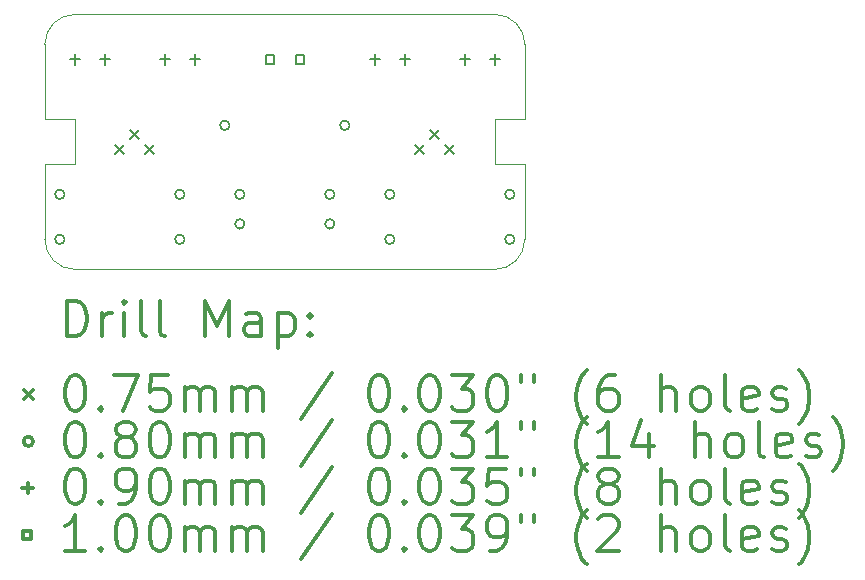
<source format=gbr>
%FSLAX45Y45*%
G04 Gerber Fmt 4.5, Leading zero omitted, Abs format (unit mm)*
G04 Created by KiCad (PCBNEW 5.1.6+dfsg1-1) date 2020-06-27 19:18:34*
%MOMM*%
%LPD*%
G01*
G04 APERTURE LIST*
%TA.AperFunction,Profile*%
%ADD10C,0.050000*%
%TD*%
%ADD11C,0.200000*%
%ADD12C,0.300000*%
G04 APERTURE END LIST*
D10*
X13843000Y-8636000D02*
X13843000Y-8001000D01*
X14097000Y-8636000D02*
X13843000Y-8636000D01*
X14097000Y-9017000D02*
X14097000Y-8636000D01*
X13843000Y-9017000D02*
X14097000Y-9017000D01*
X13843000Y-9652000D02*
X13843000Y-9017000D01*
X17907000Y-9017000D02*
X17907000Y-9652000D01*
X17653000Y-9017000D02*
X17907000Y-9017000D01*
X17653000Y-8636000D02*
X17653000Y-9017000D01*
X17907000Y-8636000D02*
X17653000Y-8636000D01*
X17907000Y-8001000D02*
X17907000Y-8636000D01*
X17907000Y-9652000D02*
G75*
G02*
X17653000Y-9906000I-254000J0D01*
G01*
X14097000Y-9906000D02*
G75*
G02*
X13843000Y-9652000I0J254000D01*
G01*
X13843000Y-8001000D02*
G75*
G02*
X14097000Y-7747000I254000J0D01*
G01*
X17653000Y-7747000D02*
G75*
G02*
X17907000Y-8001000I0J-254000D01*
G01*
X17653000Y-9906000D02*
X14097000Y-9906000D01*
X14097000Y-7747000D02*
X17653000Y-7747000D01*
D11*
X16980500Y-8852500D02*
X17055500Y-8927500D01*
X17055500Y-8852500D02*
X16980500Y-8927500D01*
X17107500Y-8725500D02*
X17182500Y-8800500D01*
X17182500Y-8725500D02*
X17107500Y-8800500D01*
X17234500Y-8852500D02*
X17309500Y-8927500D01*
X17309500Y-8852500D02*
X17234500Y-8927500D01*
X14440500Y-8852500D02*
X14515500Y-8927500D01*
X14515500Y-8852500D02*
X14440500Y-8927500D01*
X14567500Y-8725500D02*
X14642500Y-8800500D01*
X14642500Y-8725500D02*
X14567500Y-8800500D01*
X14694500Y-8852500D02*
X14769500Y-8927500D01*
X14769500Y-8852500D02*
X14694500Y-8927500D01*
X16296000Y-9271000D02*
G75*
G03*
X16296000Y-9271000I-40000J0D01*
G01*
X16296000Y-9521000D02*
G75*
G03*
X16296000Y-9521000I-40000J0D01*
G01*
X15534000Y-9271000D02*
G75*
G03*
X15534000Y-9271000I-40000J0D01*
G01*
X15534000Y-9521000D02*
G75*
G03*
X15534000Y-9521000I-40000J0D01*
G01*
X14010000Y-9271000D02*
G75*
G03*
X14010000Y-9271000I-40000J0D01*
G01*
X15026000Y-9271000D02*
G75*
G03*
X15026000Y-9271000I-40000J0D01*
G01*
X14010000Y-9652000D02*
G75*
G03*
X14010000Y-9652000I-40000J0D01*
G01*
X15026000Y-9652000D02*
G75*
G03*
X15026000Y-9652000I-40000J0D01*
G01*
X16804000Y-9271000D02*
G75*
G03*
X16804000Y-9271000I-40000J0D01*
G01*
X17820000Y-9271000D02*
G75*
G03*
X17820000Y-9271000I-40000J0D01*
G01*
X16804000Y-9652000D02*
G75*
G03*
X16804000Y-9652000I-40000J0D01*
G01*
X17820000Y-9652000D02*
G75*
G03*
X17820000Y-9652000I-40000J0D01*
G01*
X15407000Y-8686800D02*
G75*
G03*
X15407000Y-8686800I-40000J0D01*
G01*
X16423000Y-8686800D02*
G75*
G03*
X16423000Y-8686800I-40000J0D01*
G01*
X17399000Y-8083000D02*
X17399000Y-8173000D01*
X17354000Y-8128000D02*
X17444000Y-8128000D01*
X17653000Y-8083000D02*
X17653000Y-8173000D01*
X17608000Y-8128000D02*
X17698000Y-8128000D01*
X14097000Y-8083000D02*
X14097000Y-8173000D01*
X14052000Y-8128000D02*
X14142000Y-8128000D01*
X14351000Y-8083000D02*
X14351000Y-8173000D01*
X14306000Y-8128000D02*
X14396000Y-8128000D01*
X16637000Y-8083000D02*
X16637000Y-8173000D01*
X16592000Y-8128000D02*
X16682000Y-8128000D01*
X16891000Y-8083000D02*
X16891000Y-8173000D01*
X16846000Y-8128000D02*
X16936000Y-8128000D01*
X14859000Y-8083000D02*
X14859000Y-8173000D01*
X14814000Y-8128000D02*
X14904000Y-8128000D01*
X15113000Y-8083000D02*
X15113000Y-8173000D01*
X15068000Y-8128000D02*
X15158000Y-8128000D01*
X15783356Y-8163356D02*
X15783356Y-8092644D01*
X15712644Y-8092644D01*
X15712644Y-8163356D01*
X15783356Y-8163356D01*
X16037356Y-8163356D02*
X16037356Y-8092644D01*
X15966644Y-8092644D01*
X15966644Y-8163356D01*
X16037356Y-8163356D01*
D12*
X14029428Y-10471714D02*
X14029428Y-10171714D01*
X14100857Y-10171714D01*
X14143714Y-10186000D01*
X14172286Y-10214571D01*
X14186571Y-10243143D01*
X14200857Y-10300286D01*
X14200857Y-10343143D01*
X14186571Y-10400286D01*
X14172286Y-10428857D01*
X14143714Y-10457429D01*
X14100857Y-10471714D01*
X14029428Y-10471714D01*
X14329428Y-10471714D02*
X14329428Y-10271714D01*
X14329428Y-10328857D02*
X14343714Y-10300286D01*
X14358000Y-10286000D01*
X14386571Y-10271714D01*
X14415143Y-10271714D01*
X14515143Y-10471714D02*
X14515143Y-10271714D01*
X14515143Y-10171714D02*
X14500857Y-10186000D01*
X14515143Y-10200286D01*
X14529428Y-10186000D01*
X14515143Y-10171714D01*
X14515143Y-10200286D01*
X14700857Y-10471714D02*
X14672286Y-10457429D01*
X14658000Y-10428857D01*
X14658000Y-10171714D01*
X14858000Y-10471714D02*
X14829428Y-10457429D01*
X14815143Y-10428857D01*
X14815143Y-10171714D01*
X15200857Y-10471714D02*
X15200857Y-10171714D01*
X15300857Y-10386000D01*
X15400857Y-10171714D01*
X15400857Y-10471714D01*
X15672286Y-10471714D02*
X15672286Y-10314571D01*
X15658000Y-10286000D01*
X15629428Y-10271714D01*
X15572286Y-10271714D01*
X15543714Y-10286000D01*
X15672286Y-10457429D02*
X15643714Y-10471714D01*
X15572286Y-10471714D01*
X15543714Y-10457429D01*
X15529428Y-10428857D01*
X15529428Y-10400286D01*
X15543714Y-10371714D01*
X15572286Y-10357429D01*
X15643714Y-10357429D01*
X15672286Y-10343143D01*
X15815143Y-10271714D02*
X15815143Y-10571714D01*
X15815143Y-10286000D02*
X15843714Y-10271714D01*
X15900857Y-10271714D01*
X15929428Y-10286000D01*
X15943714Y-10300286D01*
X15958000Y-10328857D01*
X15958000Y-10414571D01*
X15943714Y-10443143D01*
X15929428Y-10457429D01*
X15900857Y-10471714D01*
X15843714Y-10471714D01*
X15815143Y-10457429D01*
X16086571Y-10443143D02*
X16100857Y-10457429D01*
X16086571Y-10471714D01*
X16072286Y-10457429D01*
X16086571Y-10443143D01*
X16086571Y-10471714D01*
X16086571Y-10286000D02*
X16100857Y-10300286D01*
X16086571Y-10314571D01*
X16072286Y-10300286D01*
X16086571Y-10286000D01*
X16086571Y-10314571D01*
X13668000Y-10928500D02*
X13743000Y-11003500D01*
X13743000Y-10928500D02*
X13668000Y-11003500D01*
X14086571Y-10801714D02*
X14115143Y-10801714D01*
X14143714Y-10816000D01*
X14158000Y-10830286D01*
X14172286Y-10858857D01*
X14186571Y-10916000D01*
X14186571Y-10987429D01*
X14172286Y-11044571D01*
X14158000Y-11073143D01*
X14143714Y-11087429D01*
X14115143Y-11101714D01*
X14086571Y-11101714D01*
X14058000Y-11087429D01*
X14043714Y-11073143D01*
X14029428Y-11044571D01*
X14015143Y-10987429D01*
X14015143Y-10916000D01*
X14029428Y-10858857D01*
X14043714Y-10830286D01*
X14058000Y-10816000D01*
X14086571Y-10801714D01*
X14315143Y-11073143D02*
X14329428Y-11087429D01*
X14315143Y-11101714D01*
X14300857Y-11087429D01*
X14315143Y-11073143D01*
X14315143Y-11101714D01*
X14429428Y-10801714D02*
X14629428Y-10801714D01*
X14500857Y-11101714D01*
X14886571Y-10801714D02*
X14743714Y-10801714D01*
X14729428Y-10944571D01*
X14743714Y-10930286D01*
X14772286Y-10916000D01*
X14843714Y-10916000D01*
X14872286Y-10930286D01*
X14886571Y-10944571D01*
X14900857Y-10973143D01*
X14900857Y-11044571D01*
X14886571Y-11073143D01*
X14872286Y-11087429D01*
X14843714Y-11101714D01*
X14772286Y-11101714D01*
X14743714Y-11087429D01*
X14729428Y-11073143D01*
X15029428Y-11101714D02*
X15029428Y-10901714D01*
X15029428Y-10930286D02*
X15043714Y-10916000D01*
X15072286Y-10901714D01*
X15115143Y-10901714D01*
X15143714Y-10916000D01*
X15158000Y-10944571D01*
X15158000Y-11101714D01*
X15158000Y-10944571D02*
X15172286Y-10916000D01*
X15200857Y-10901714D01*
X15243714Y-10901714D01*
X15272286Y-10916000D01*
X15286571Y-10944571D01*
X15286571Y-11101714D01*
X15429428Y-11101714D02*
X15429428Y-10901714D01*
X15429428Y-10930286D02*
X15443714Y-10916000D01*
X15472286Y-10901714D01*
X15515143Y-10901714D01*
X15543714Y-10916000D01*
X15558000Y-10944571D01*
X15558000Y-11101714D01*
X15558000Y-10944571D02*
X15572286Y-10916000D01*
X15600857Y-10901714D01*
X15643714Y-10901714D01*
X15672286Y-10916000D01*
X15686571Y-10944571D01*
X15686571Y-11101714D01*
X16272286Y-10787429D02*
X16015143Y-11173143D01*
X16658000Y-10801714D02*
X16686571Y-10801714D01*
X16715143Y-10816000D01*
X16729428Y-10830286D01*
X16743714Y-10858857D01*
X16758000Y-10916000D01*
X16758000Y-10987429D01*
X16743714Y-11044571D01*
X16729428Y-11073143D01*
X16715143Y-11087429D01*
X16686571Y-11101714D01*
X16658000Y-11101714D01*
X16629428Y-11087429D01*
X16615143Y-11073143D01*
X16600857Y-11044571D01*
X16586571Y-10987429D01*
X16586571Y-10916000D01*
X16600857Y-10858857D01*
X16615143Y-10830286D01*
X16629428Y-10816000D01*
X16658000Y-10801714D01*
X16886571Y-11073143D02*
X16900857Y-11087429D01*
X16886571Y-11101714D01*
X16872286Y-11087429D01*
X16886571Y-11073143D01*
X16886571Y-11101714D01*
X17086571Y-10801714D02*
X17115143Y-10801714D01*
X17143714Y-10816000D01*
X17158000Y-10830286D01*
X17172286Y-10858857D01*
X17186571Y-10916000D01*
X17186571Y-10987429D01*
X17172286Y-11044571D01*
X17158000Y-11073143D01*
X17143714Y-11087429D01*
X17115143Y-11101714D01*
X17086571Y-11101714D01*
X17058000Y-11087429D01*
X17043714Y-11073143D01*
X17029429Y-11044571D01*
X17015143Y-10987429D01*
X17015143Y-10916000D01*
X17029429Y-10858857D01*
X17043714Y-10830286D01*
X17058000Y-10816000D01*
X17086571Y-10801714D01*
X17286571Y-10801714D02*
X17472286Y-10801714D01*
X17372286Y-10916000D01*
X17415143Y-10916000D01*
X17443714Y-10930286D01*
X17458000Y-10944571D01*
X17472286Y-10973143D01*
X17472286Y-11044571D01*
X17458000Y-11073143D01*
X17443714Y-11087429D01*
X17415143Y-11101714D01*
X17329429Y-11101714D01*
X17300857Y-11087429D01*
X17286571Y-11073143D01*
X17658000Y-10801714D02*
X17686571Y-10801714D01*
X17715143Y-10816000D01*
X17729429Y-10830286D01*
X17743714Y-10858857D01*
X17758000Y-10916000D01*
X17758000Y-10987429D01*
X17743714Y-11044571D01*
X17729429Y-11073143D01*
X17715143Y-11087429D01*
X17686571Y-11101714D01*
X17658000Y-11101714D01*
X17629429Y-11087429D01*
X17615143Y-11073143D01*
X17600857Y-11044571D01*
X17586571Y-10987429D01*
X17586571Y-10916000D01*
X17600857Y-10858857D01*
X17615143Y-10830286D01*
X17629429Y-10816000D01*
X17658000Y-10801714D01*
X17872286Y-10801714D02*
X17872286Y-10858857D01*
X17986571Y-10801714D02*
X17986571Y-10858857D01*
X18429429Y-11216000D02*
X18415143Y-11201714D01*
X18386571Y-11158857D01*
X18372286Y-11130286D01*
X18358000Y-11087429D01*
X18343714Y-11016000D01*
X18343714Y-10958857D01*
X18358000Y-10887429D01*
X18372286Y-10844571D01*
X18386571Y-10816000D01*
X18415143Y-10773143D01*
X18429429Y-10758857D01*
X18672286Y-10801714D02*
X18615143Y-10801714D01*
X18586571Y-10816000D01*
X18572286Y-10830286D01*
X18543714Y-10873143D01*
X18529429Y-10930286D01*
X18529429Y-11044571D01*
X18543714Y-11073143D01*
X18558000Y-11087429D01*
X18586571Y-11101714D01*
X18643714Y-11101714D01*
X18672286Y-11087429D01*
X18686571Y-11073143D01*
X18700857Y-11044571D01*
X18700857Y-10973143D01*
X18686571Y-10944571D01*
X18672286Y-10930286D01*
X18643714Y-10916000D01*
X18586571Y-10916000D01*
X18558000Y-10930286D01*
X18543714Y-10944571D01*
X18529429Y-10973143D01*
X19058000Y-11101714D02*
X19058000Y-10801714D01*
X19186571Y-11101714D02*
X19186571Y-10944571D01*
X19172286Y-10916000D01*
X19143714Y-10901714D01*
X19100857Y-10901714D01*
X19072286Y-10916000D01*
X19058000Y-10930286D01*
X19372286Y-11101714D02*
X19343714Y-11087429D01*
X19329429Y-11073143D01*
X19315143Y-11044571D01*
X19315143Y-10958857D01*
X19329429Y-10930286D01*
X19343714Y-10916000D01*
X19372286Y-10901714D01*
X19415143Y-10901714D01*
X19443714Y-10916000D01*
X19458000Y-10930286D01*
X19472286Y-10958857D01*
X19472286Y-11044571D01*
X19458000Y-11073143D01*
X19443714Y-11087429D01*
X19415143Y-11101714D01*
X19372286Y-11101714D01*
X19643714Y-11101714D02*
X19615143Y-11087429D01*
X19600857Y-11058857D01*
X19600857Y-10801714D01*
X19872286Y-11087429D02*
X19843714Y-11101714D01*
X19786571Y-11101714D01*
X19758000Y-11087429D01*
X19743714Y-11058857D01*
X19743714Y-10944571D01*
X19758000Y-10916000D01*
X19786571Y-10901714D01*
X19843714Y-10901714D01*
X19872286Y-10916000D01*
X19886571Y-10944571D01*
X19886571Y-10973143D01*
X19743714Y-11001714D01*
X20000857Y-11087429D02*
X20029429Y-11101714D01*
X20086571Y-11101714D01*
X20115143Y-11087429D01*
X20129429Y-11058857D01*
X20129429Y-11044571D01*
X20115143Y-11016000D01*
X20086571Y-11001714D01*
X20043714Y-11001714D01*
X20015143Y-10987429D01*
X20000857Y-10958857D01*
X20000857Y-10944571D01*
X20015143Y-10916000D01*
X20043714Y-10901714D01*
X20086571Y-10901714D01*
X20115143Y-10916000D01*
X20229429Y-11216000D02*
X20243714Y-11201714D01*
X20272286Y-11158857D01*
X20286571Y-11130286D01*
X20300857Y-11087429D01*
X20315143Y-11016000D01*
X20315143Y-10958857D01*
X20300857Y-10887429D01*
X20286571Y-10844571D01*
X20272286Y-10816000D01*
X20243714Y-10773143D01*
X20229429Y-10758857D01*
X13743000Y-11362000D02*
G75*
G03*
X13743000Y-11362000I-40000J0D01*
G01*
X14086571Y-11197714D02*
X14115143Y-11197714D01*
X14143714Y-11212000D01*
X14158000Y-11226286D01*
X14172286Y-11254857D01*
X14186571Y-11312000D01*
X14186571Y-11383428D01*
X14172286Y-11440571D01*
X14158000Y-11469143D01*
X14143714Y-11483428D01*
X14115143Y-11497714D01*
X14086571Y-11497714D01*
X14058000Y-11483428D01*
X14043714Y-11469143D01*
X14029428Y-11440571D01*
X14015143Y-11383428D01*
X14015143Y-11312000D01*
X14029428Y-11254857D01*
X14043714Y-11226286D01*
X14058000Y-11212000D01*
X14086571Y-11197714D01*
X14315143Y-11469143D02*
X14329428Y-11483428D01*
X14315143Y-11497714D01*
X14300857Y-11483428D01*
X14315143Y-11469143D01*
X14315143Y-11497714D01*
X14500857Y-11326286D02*
X14472286Y-11312000D01*
X14458000Y-11297714D01*
X14443714Y-11269143D01*
X14443714Y-11254857D01*
X14458000Y-11226286D01*
X14472286Y-11212000D01*
X14500857Y-11197714D01*
X14558000Y-11197714D01*
X14586571Y-11212000D01*
X14600857Y-11226286D01*
X14615143Y-11254857D01*
X14615143Y-11269143D01*
X14600857Y-11297714D01*
X14586571Y-11312000D01*
X14558000Y-11326286D01*
X14500857Y-11326286D01*
X14472286Y-11340571D01*
X14458000Y-11354857D01*
X14443714Y-11383428D01*
X14443714Y-11440571D01*
X14458000Y-11469143D01*
X14472286Y-11483428D01*
X14500857Y-11497714D01*
X14558000Y-11497714D01*
X14586571Y-11483428D01*
X14600857Y-11469143D01*
X14615143Y-11440571D01*
X14615143Y-11383428D01*
X14600857Y-11354857D01*
X14586571Y-11340571D01*
X14558000Y-11326286D01*
X14800857Y-11197714D02*
X14829428Y-11197714D01*
X14858000Y-11212000D01*
X14872286Y-11226286D01*
X14886571Y-11254857D01*
X14900857Y-11312000D01*
X14900857Y-11383428D01*
X14886571Y-11440571D01*
X14872286Y-11469143D01*
X14858000Y-11483428D01*
X14829428Y-11497714D01*
X14800857Y-11497714D01*
X14772286Y-11483428D01*
X14758000Y-11469143D01*
X14743714Y-11440571D01*
X14729428Y-11383428D01*
X14729428Y-11312000D01*
X14743714Y-11254857D01*
X14758000Y-11226286D01*
X14772286Y-11212000D01*
X14800857Y-11197714D01*
X15029428Y-11497714D02*
X15029428Y-11297714D01*
X15029428Y-11326286D02*
X15043714Y-11312000D01*
X15072286Y-11297714D01*
X15115143Y-11297714D01*
X15143714Y-11312000D01*
X15158000Y-11340571D01*
X15158000Y-11497714D01*
X15158000Y-11340571D02*
X15172286Y-11312000D01*
X15200857Y-11297714D01*
X15243714Y-11297714D01*
X15272286Y-11312000D01*
X15286571Y-11340571D01*
X15286571Y-11497714D01*
X15429428Y-11497714D02*
X15429428Y-11297714D01*
X15429428Y-11326286D02*
X15443714Y-11312000D01*
X15472286Y-11297714D01*
X15515143Y-11297714D01*
X15543714Y-11312000D01*
X15558000Y-11340571D01*
X15558000Y-11497714D01*
X15558000Y-11340571D02*
X15572286Y-11312000D01*
X15600857Y-11297714D01*
X15643714Y-11297714D01*
X15672286Y-11312000D01*
X15686571Y-11340571D01*
X15686571Y-11497714D01*
X16272286Y-11183429D02*
X16015143Y-11569143D01*
X16658000Y-11197714D02*
X16686571Y-11197714D01*
X16715143Y-11212000D01*
X16729428Y-11226286D01*
X16743714Y-11254857D01*
X16758000Y-11312000D01*
X16758000Y-11383428D01*
X16743714Y-11440571D01*
X16729428Y-11469143D01*
X16715143Y-11483428D01*
X16686571Y-11497714D01*
X16658000Y-11497714D01*
X16629428Y-11483428D01*
X16615143Y-11469143D01*
X16600857Y-11440571D01*
X16586571Y-11383428D01*
X16586571Y-11312000D01*
X16600857Y-11254857D01*
X16615143Y-11226286D01*
X16629428Y-11212000D01*
X16658000Y-11197714D01*
X16886571Y-11469143D02*
X16900857Y-11483428D01*
X16886571Y-11497714D01*
X16872286Y-11483428D01*
X16886571Y-11469143D01*
X16886571Y-11497714D01*
X17086571Y-11197714D02*
X17115143Y-11197714D01*
X17143714Y-11212000D01*
X17158000Y-11226286D01*
X17172286Y-11254857D01*
X17186571Y-11312000D01*
X17186571Y-11383428D01*
X17172286Y-11440571D01*
X17158000Y-11469143D01*
X17143714Y-11483428D01*
X17115143Y-11497714D01*
X17086571Y-11497714D01*
X17058000Y-11483428D01*
X17043714Y-11469143D01*
X17029429Y-11440571D01*
X17015143Y-11383428D01*
X17015143Y-11312000D01*
X17029429Y-11254857D01*
X17043714Y-11226286D01*
X17058000Y-11212000D01*
X17086571Y-11197714D01*
X17286571Y-11197714D02*
X17472286Y-11197714D01*
X17372286Y-11312000D01*
X17415143Y-11312000D01*
X17443714Y-11326286D01*
X17458000Y-11340571D01*
X17472286Y-11369143D01*
X17472286Y-11440571D01*
X17458000Y-11469143D01*
X17443714Y-11483428D01*
X17415143Y-11497714D01*
X17329429Y-11497714D01*
X17300857Y-11483428D01*
X17286571Y-11469143D01*
X17758000Y-11497714D02*
X17586571Y-11497714D01*
X17672286Y-11497714D02*
X17672286Y-11197714D01*
X17643714Y-11240571D01*
X17615143Y-11269143D01*
X17586571Y-11283428D01*
X17872286Y-11197714D02*
X17872286Y-11254857D01*
X17986571Y-11197714D02*
X17986571Y-11254857D01*
X18429429Y-11612000D02*
X18415143Y-11597714D01*
X18386571Y-11554857D01*
X18372286Y-11526286D01*
X18358000Y-11483428D01*
X18343714Y-11412000D01*
X18343714Y-11354857D01*
X18358000Y-11283428D01*
X18372286Y-11240571D01*
X18386571Y-11212000D01*
X18415143Y-11169143D01*
X18429429Y-11154857D01*
X18700857Y-11497714D02*
X18529429Y-11497714D01*
X18615143Y-11497714D02*
X18615143Y-11197714D01*
X18586571Y-11240571D01*
X18558000Y-11269143D01*
X18529429Y-11283428D01*
X18958000Y-11297714D02*
X18958000Y-11497714D01*
X18886571Y-11183429D02*
X18815143Y-11397714D01*
X19000857Y-11397714D01*
X19343714Y-11497714D02*
X19343714Y-11197714D01*
X19472286Y-11497714D02*
X19472286Y-11340571D01*
X19458000Y-11312000D01*
X19429429Y-11297714D01*
X19386571Y-11297714D01*
X19358000Y-11312000D01*
X19343714Y-11326286D01*
X19658000Y-11497714D02*
X19629429Y-11483428D01*
X19615143Y-11469143D01*
X19600857Y-11440571D01*
X19600857Y-11354857D01*
X19615143Y-11326286D01*
X19629429Y-11312000D01*
X19658000Y-11297714D01*
X19700857Y-11297714D01*
X19729429Y-11312000D01*
X19743714Y-11326286D01*
X19758000Y-11354857D01*
X19758000Y-11440571D01*
X19743714Y-11469143D01*
X19729429Y-11483428D01*
X19700857Y-11497714D01*
X19658000Y-11497714D01*
X19929429Y-11497714D02*
X19900857Y-11483428D01*
X19886571Y-11454857D01*
X19886571Y-11197714D01*
X20158000Y-11483428D02*
X20129429Y-11497714D01*
X20072286Y-11497714D01*
X20043714Y-11483428D01*
X20029429Y-11454857D01*
X20029429Y-11340571D01*
X20043714Y-11312000D01*
X20072286Y-11297714D01*
X20129429Y-11297714D01*
X20158000Y-11312000D01*
X20172286Y-11340571D01*
X20172286Y-11369143D01*
X20029429Y-11397714D01*
X20286571Y-11483428D02*
X20315143Y-11497714D01*
X20372286Y-11497714D01*
X20400857Y-11483428D01*
X20415143Y-11454857D01*
X20415143Y-11440571D01*
X20400857Y-11412000D01*
X20372286Y-11397714D01*
X20329429Y-11397714D01*
X20300857Y-11383428D01*
X20286571Y-11354857D01*
X20286571Y-11340571D01*
X20300857Y-11312000D01*
X20329429Y-11297714D01*
X20372286Y-11297714D01*
X20400857Y-11312000D01*
X20515143Y-11612000D02*
X20529429Y-11597714D01*
X20558000Y-11554857D01*
X20572286Y-11526286D01*
X20586571Y-11483428D01*
X20600857Y-11412000D01*
X20600857Y-11354857D01*
X20586571Y-11283428D01*
X20572286Y-11240571D01*
X20558000Y-11212000D01*
X20529429Y-11169143D01*
X20515143Y-11154857D01*
X13698000Y-11713000D02*
X13698000Y-11803000D01*
X13653000Y-11758000D02*
X13743000Y-11758000D01*
X14086571Y-11593714D02*
X14115143Y-11593714D01*
X14143714Y-11608000D01*
X14158000Y-11622286D01*
X14172286Y-11650857D01*
X14186571Y-11708000D01*
X14186571Y-11779428D01*
X14172286Y-11836571D01*
X14158000Y-11865143D01*
X14143714Y-11879428D01*
X14115143Y-11893714D01*
X14086571Y-11893714D01*
X14058000Y-11879428D01*
X14043714Y-11865143D01*
X14029428Y-11836571D01*
X14015143Y-11779428D01*
X14015143Y-11708000D01*
X14029428Y-11650857D01*
X14043714Y-11622286D01*
X14058000Y-11608000D01*
X14086571Y-11593714D01*
X14315143Y-11865143D02*
X14329428Y-11879428D01*
X14315143Y-11893714D01*
X14300857Y-11879428D01*
X14315143Y-11865143D01*
X14315143Y-11893714D01*
X14472286Y-11893714D02*
X14529428Y-11893714D01*
X14558000Y-11879428D01*
X14572286Y-11865143D01*
X14600857Y-11822286D01*
X14615143Y-11765143D01*
X14615143Y-11650857D01*
X14600857Y-11622286D01*
X14586571Y-11608000D01*
X14558000Y-11593714D01*
X14500857Y-11593714D01*
X14472286Y-11608000D01*
X14458000Y-11622286D01*
X14443714Y-11650857D01*
X14443714Y-11722286D01*
X14458000Y-11750857D01*
X14472286Y-11765143D01*
X14500857Y-11779428D01*
X14558000Y-11779428D01*
X14586571Y-11765143D01*
X14600857Y-11750857D01*
X14615143Y-11722286D01*
X14800857Y-11593714D02*
X14829428Y-11593714D01*
X14858000Y-11608000D01*
X14872286Y-11622286D01*
X14886571Y-11650857D01*
X14900857Y-11708000D01*
X14900857Y-11779428D01*
X14886571Y-11836571D01*
X14872286Y-11865143D01*
X14858000Y-11879428D01*
X14829428Y-11893714D01*
X14800857Y-11893714D01*
X14772286Y-11879428D01*
X14758000Y-11865143D01*
X14743714Y-11836571D01*
X14729428Y-11779428D01*
X14729428Y-11708000D01*
X14743714Y-11650857D01*
X14758000Y-11622286D01*
X14772286Y-11608000D01*
X14800857Y-11593714D01*
X15029428Y-11893714D02*
X15029428Y-11693714D01*
X15029428Y-11722286D02*
X15043714Y-11708000D01*
X15072286Y-11693714D01*
X15115143Y-11693714D01*
X15143714Y-11708000D01*
X15158000Y-11736571D01*
X15158000Y-11893714D01*
X15158000Y-11736571D02*
X15172286Y-11708000D01*
X15200857Y-11693714D01*
X15243714Y-11693714D01*
X15272286Y-11708000D01*
X15286571Y-11736571D01*
X15286571Y-11893714D01*
X15429428Y-11893714D02*
X15429428Y-11693714D01*
X15429428Y-11722286D02*
X15443714Y-11708000D01*
X15472286Y-11693714D01*
X15515143Y-11693714D01*
X15543714Y-11708000D01*
X15558000Y-11736571D01*
X15558000Y-11893714D01*
X15558000Y-11736571D02*
X15572286Y-11708000D01*
X15600857Y-11693714D01*
X15643714Y-11693714D01*
X15672286Y-11708000D01*
X15686571Y-11736571D01*
X15686571Y-11893714D01*
X16272286Y-11579428D02*
X16015143Y-11965143D01*
X16658000Y-11593714D02*
X16686571Y-11593714D01*
X16715143Y-11608000D01*
X16729428Y-11622286D01*
X16743714Y-11650857D01*
X16758000Y-11708000D01*
X16758000Y-11779428D01*
X16743714Y-11836571D01*
X16729428Y-11865143D01*
X16715143Y-11879428D01*
X16686571Y-11893714D01*
X16658000Y-11893714D01*
X16629428Y-11879428D01*
X16615143Y-11865143D01*
X16600857Y-11836571D01*
X16586571Y-11779428D01*
X16586571Y-11708000D01*
X16600857Y-11650857D01*
X16615143Y-11622286D01*
X16629428Y-11608000D01*
X16658000Y-11593714D01*
X16886571Y-11865143D02*
X16900857Y-11879428D01*
X16886571Y-11893714D01*
X16872286Y-11879428D01*
X16886571Y-11865143D01*
X16886571Y-11893714D01*
X17086571Y-11593714D02*
X17115143Y-11593714D01*
X17143714Y-11608000D01*
X17158000Y-11622286D01*
X17172286Y-11650857D01*
X17186571Y-11708000D01*
X17186571Y-11779428D01*
X17172286Y-11836571D01*
X17158000Y-11865143D01*
X17143714Y-11879428D01*
X17115143Y-11893714D01*
X17086571Y-11893714D01*
X17058000Y-11879428D01*
X17043714Y-11865143D01*
X17029429Y-11836571D01*
X17015143Y-11779428D01*
X17015143Y-11708000D01*
X17029429Y-11650857D01*
X17043714Y-11622286D01*
X17058000Y-11608000D01*
X17086571Y-11593714D01*
X17286571Y-11593714D02*
X17472286Y-11593714D01*
X17372286Y-11708000D01*
X17415143Y-11708000D01*
X17443714Y-11722286D01*
X17458000Y-11736571D01*
X17472286Y-11765143D01*
X17472286Y-11836571D01*
X17458000Y-11865143D01*
X17443714Y-11879428D01*
X17415143Y-11893714D01*
X17329429Y-11893714D01*
X17300857Y-11879428D01*
X17286571Y-11865143D01*
X17743714Y-11593714D02*
X17600857Y-11593714D01*
X17586571Y-11736571D01*
X17600857Y-11722286D01*
X17629429Y-11708000D01*
X17700857Y-11708000D01*
X17729429Y-11722286D01*
X17743714Y-11736571D01*
X17758000Y-11765143D01*
X17758000Y-11836571D01*
X17743714Y-11865143D01*
X17729429Y-11879428D01*
X17700857Y-11893714D01*
X17629429Y-11893714D01*
X17600857Y-11879428D01*
X17586571Y-11865143D01*
X17872286Y-11593714D02*
X17872286Y-11650857D01*
X17986571Y-11593714D02*
X17986571Y-11650857D01*
X18429429Y-12008000D02*
X18415143Y-11993714D01*
X18386571Y-11950857D01*
X18372286Y-11922286D01*
X18358000Y-11879428D01*
X18343714Y-11808000D01*
X18343714Y-11750857D01*
X18358000Y-11679428D01*
X18372286Y-11636571D01*
X18386571Y-11608000D01*
X18415143Y-11565143D01*
X18429429Y-11550857D01*
X18586571Y-11722286D02*
X18558000Y-11708000D01*
X18543714Y-11693714D01*
X18529429Y-11665143D01*
X18529429Y-11650857D01*
X18543714Y-11622286D01*
X18558000Y-11608000D01*
X18586571Y-11593714D01*
X18643714Y-11593714D01*
X18672286Y-11608000D01*
X18686571Y-11622286D01*
X18700857Y-11650857D01*
X18700857Y-11665143D01*
X18686571Y-11693714D01*
X18672286Y-11708000D01*
X18643714Y-11722286D01*
X18586571Y-11722286D01*
X18558000Y-11736571D01*
X18543714Y-11750857D01*
X18529429Y-11779428D01*
X18529429Y-11836571D01*
X18543714Y-11865143D01*
X18558000Y-11879428D01*
X18586571Y-11893714D01*
X18643714Y-11893714D01*
X18672286Y-11879428D01*
X18686571Y-11865143D01*
X18700857Y-11836571D01*
X18700857Y-11779428D01*
X18686571Y-11750857D01*
X18672286Y-11736571D01*
X18643714Y-11722286D01*
X19058000Y-11893714D02*
X19058000Y-11593714D01*
X19186571Y-11893714D02*
X19186571Y-11736571D01*
X19172286Y-11708000D01*
X19143714Y-11693714D01*
X19100857Y-11693714D01*
X19072286Y-11708000D01*
X19058000Y-11722286D01*
X19372286Y-11893714D02*
X19343714Y-11879428D01*
X19329429Y-11865143D01*
X19315143Y-11836571D01*
X19315143Y-11750857D01*
X19329429Y-11722286D01*
X19343714Y-11708000D01*
X19372286Y-11693714D01*
X19415143Y-11693714D01*
X19443714Y-11708000D01*
X19458000Y-11722286D01*
X19472286Y-11750857D01*
X19472286Y-11836571D01*
X19458000Y-11865143D01*
X19443714Y-11879428D01*
X19415143Y-11893714D01*
X19372286Y-11893714D01*
X19643714Y-11893714D02*
X19615143Y-11879428D01*
X19600857Y-11850857D01*
X19600857Y-11593714D01*
X19872286Y-11879428D02*
X19843714Y-11893714D01*
X19786571Y-11893714D01*
X19758000Y-11879428D01*
X19743714Y-11850857D01*
X19743714Y-11736571D01*
X19758000Y-11708000D01*
X19786571Y-11693714D01*
X19843714Y-11693714D01*
X19872286Y-11708000D01*
X19886571Y-11736571D01*
X19886571Y-11765143D01*
X19743714Y-11793714D01*
X20000857Y-11879428D02*
X20029429Y-11893714D01*
X20086571Y-11893714D01*
X20115143Y-11879428D01*
X20129429Y-11850857D01*
X20129429Y-11836571D01*
X20115143Y-11808000D01*
X20086571Y-11793714D01*
X20043714Y-11793714D01*
X20015143Y-11779428D01*
X20000857Y-11750857D01*
X20000857Y-11736571D01*
X20015143Y-11708000D01*
X20043714Y-11693714D01*
X20086571Y-11693714D01*
X20115143Y-11708000D01*
X20229429Y-12008000D02*
X20243714Y-11993714D01*
X20272286Y-11950857D01*
X20286571Y-11922286D01*
X20300857Y-11879428D01*
X20315143Y-11808000D01*
X20315143Y-11750857D01*
X20300857Y-11679428D01*
X20286571Y-11636571D01*
X20272286Y-11608000D01*
X20243714Y-11565143D01*
X20229429Y-11550857D01*
X13728356Y-12189356D02*
X13728356Y-12118644D01*
X13657644Y-12118644D01*
X13657644Y-12189356D01*
X13728356Y-12189356D01*
X14186571Y-12289714D02*
X14015143Y-12289714D01*
X14100857Y-12289714D02*
X14100857Y-11989714D01*
X14072286Y-12032571D01*
X14043714Y-12061143D01*
X14015143Y-12075428D01*
X14315143Y-12261143D02*
X14329428Y-12275428D01*
X14315143Y-12289714D01*
X14300857Y-12275428D01*
X14315143Y-12261143D01*
X14315143Y-12289714D01*
X14515143Y-11989714D02*
X14543714Y-11989714D01*
X14572286Y-12004000D01*
X14586571Y-12018286D01*
X14600857Y-12046857D01*
X14615143Y-12104000D01*
X14615143Y-12175428D01*
X14600857Y-12232571D01*
X14586571Y-12261143D01*
X14572286Y-12275428D01*
X14543714Y-12289714D01*
X14515143Y-12289714D01*
X14486571Y-12275428D01*
X14472286Y-12261143D01*
X14458000Y-12232571D01*
X14443714Y-12175428D01*
X14443714Y-12104000D01*
X14458000Y-12046857D01*
X14472286Y-12018286D01*
X14486571Y-12004000D01*
X14515143Y-11989714D01*
X14800857Y-11989714D02*
X14829428Y-11989714D01*
X14858000Y-12004000D01*
X14872286Y-12018286D01*
X14886571Y-12046857D01*
X14900857Y-12104000D01*
X14900857Y-12175428D01*
X14886571Y-12232571D01*
X14872286Y-12261143D01*
X14858000Y-12275428D01*
X14829428Y-12289714D01*
X14800857Y-12289714D01*
X14772286Y-12275428D01*
X14758000Y-12261143D01*
X14743714Y-12232571D01*
X14729428Y-12175428D01*
X14729428Y-12104000D01*
X14743714Y-12046857D01*
X14758000Y-12018286D01*
X14772286Y-12004000D01*
X14800857Y-11989714D01*
X15029428Y-12289714D02*
X15029428Y-12089714D01*
X15029428Y-12118286D02*
X15043714Y-12104000D01*
X15072286Y-12089714D01*
X15115143Y-12089714D01*
X15143714Y-12104000D01*
X15158000Y-12132571D01*
X15158000Y-12289714D01*
X15158000Y-12132571D02*
X15172286Y-12104000D01*
X15200857Y-12089714D01*
X15243714Y-12089714D01*
X15272286Y-12104000D01*
X15286571Y-12132571D01*
X15286571Y-12289714D01*
X15429428Y-12289714D02*
X15429428Y-12089714D01*
X15429428Y-12118286D02*
X15443714Y-12104000D01*
X15472286Y-12089714D01*
X15515143Y-12089714D01*
X15543714Y-12104000D01*
X15558000Y-12132571D01*
X15558000Y-12289714D01*
X15558000Y-12132571D02*
X15572286Y-12104000D01*
X15600857Y-12089714D01*
X15643714Y-12089714D01*
X15672286Y-12104000D01*
X15686571Y-12132571D01*
X15686571Y-12289714D01*
X16272286Y-11975428D02*
X16015143Y-12361143D01*
X16658000Y-11989714D02*
X16686571Y-11989714D01*
X16715143Y-12004000D01*
X16729428Y-12018286D01*
X16743714Y-12046857D01*
X16758000Y-12104000D01*
X16758000Y-12175428D01*
X16743714Y-12232571D01*
X16729428Y-12261143D01*
X16715143Y-12275428D01*
X16686571Y-12289714D01*
X16658000Y-12289714D01*
X16629428Y-12275428D01*
X16615143Y-12261143D01*
X16600857Y-12232571D01*
X16586571Y-12175428D01*
X16586571Y-12104000D01*
X16600857Y-12046857D01*
X16615143Y-12018286D01*
X16629428Y-12004000D01*
X16658000Y-11989714D01*
X16886571Y-12261143D02*
X16900857Y-12275428D01*
X16886571Y-12289714D01*
X16872286Y-12275428D01*
X16886571Y-12261143D01*
X16886571Y-12289714D01*
X17086571Y-11989714D02*
X17115143Y-11989714D01*
X17143714Y-12004000D01*
X17158000Y-12018286D01*
X17172286Y-12046857D01*
X17186571Y-12104000D01*
X17186571Y-12175428D01*
X17172286Y-12232571D01*
X17158000Y-12261143D01*
X17143714Y-12275428D01*
X17115143Y-12289714D01*
X17086571Y-12289714D01*
X17058000Y-12275428D01*
X17043714Y-12261143D01*
X17029429Y-12232571D01*
X17015143Y-12175428D01*
X17015143Y-12104000D01*
X17029429Y-12046857D01*
X17043714Y-12018286D01*
X17058000Y-12004000D01*
X17086571Y-11989714D01*
X17286571Y-11989714D02*
X17472286Y-11989714D01*
X17372286Y-12104000D01*
X17415143Y-12104000D01*
X17443714Y-12118286D01*
X17458000Y-12132571D01*
X17472286Y-12161143D01*
X17472286Y-12232571D01*
X17458000Y-12261143D01*
X17443714Y-12275428D01*
X17415143Y-12289714D01*
X17329429Y-12289714D01*
X17300857Y-12275428D01*
X17286571Y-12261143D01*
X17615143Y-12289714D02*
X17672286Y-12289714D01*
X17700857Y-12275428D01*
X17715143Y-12261143D01*
X17743714Y-12218286D01*
X17758000Y-12161143D01*
X17758000Y-12046857D01*
X17743714Y-12018286D01*
X17729429Y-12004000D01*
X17700857Y-11989714D01*
X17643714Y-11989714D01*
X17615143Y-12004000D01*
X17600857Y-12018286D01*
X17586571Y-12046857D01*
X17586571Y-12118286D01*
X17600857Y-12146857D01*
X17615143Y-12161143D01*
X17643714Y-12175428D01*
X17700857Y-12175428D01*
X17729429Y-12161143D01*
X17743714Y-12146857D01*
X17758000Y-12118286D01*
X17872286Y-11989714D02*
X17872286Y-12046857D01*
X17986571Y-11989714D02*
X17986571Y-12046857D01*
X18429429Y-12404000D02*
X18415143Y-12389714D01*
X18386571Y-12346857D01*
X18372286Y-12318286D01*
X18358000Y-12275428D01*
X18343714Y-12204000D01*
X18343714Y-12146857D01*
X18358000Y-12075428D01*
X18372286Y-12032571D01*
X18386571Y-12004000D01*
X18415143Y-11961143D01*
X18429429Y-11946857D01*
X18529429Y-12018286D02*
X18543714Y-12004000D01*
X18572286Y-11989714D01*
X18643714Y-11989714D01*
X18672286Y-12004000D01*
X18686571Y-12018286D01*
X18700857Y-12046857D01*
X18700857Y-12075428D01*
X18686571Y-12118286D01*
X18515143Y-12289714D01*
X18700857Y-12289714D01*
X19058000Y-12289714D02*
X19058000Y-11989714D01*
X19186571Y-12289714D02*
X19186571Y-12132571D01*
X19172286Y-12104000D01*
X19143714Y-12089714D01*
X19100857Y-12089714D01*
X19072286Y-12104000D01*
X19058000Y-12118286D01*
X19372286Y-12289714D02*
X19343714Y-12275428D01*
X19329429Y-12261143D01*
X19315143Y-12232571D01*
X19315143Y-12146857D01*
X19329429Y-12118286D01*
X19343714Y-12104000D01*
X19372286Y-12089714D01*
X19415143Y-12089714D01*
X19443714Y-12104000D01*
X19458000Y-12118286D01*
X19472286Y-12146857D01*
X19472286Y-12232571D01*
X19458000Y-12261143D01*
X19443714Y-12275428D01*
X19415143Y-12289714D01*
X19372286Y-12289714D01*
X19643714Y-12289714D02*
X19615143Y-12275428D01*
X19600857Y-12246857D01*
X19600857Y-11989714D01*
X19872286Y-12275428D02*
X19843714Y-12289714D01*
X19786571Y-12289714D01*
X19758000Y-12275428D01*
X19743714Y-12246857D01*
X19743714Y-12132571D01*
X19758000Y-12104000D01*
X19786571Y-12089714D01*
X19843714Y-12089714D01*
X19872286Y-12104000D01*
X19886571Y-12132571D01*
X19886571Y-12161143D01*
X19743714Y-12189714D01*
X20000857Y-12275428D02*
X20029429Y-12289714D01*
X20086571Y-12289714D01*
X20115143Y-12275428D01*
X20129429Y-12246857D01*
X20129429Y-12232571D01*
X20115143Y-12204000D01*
X20086571Y-12189714D01*
X20043714Y-12189714D01*
X20015143Y-12175428D01*
X20000857Y-12146857D01*
X20000857Y-12132571D01*
X20015143Y-12104000D01*
X20043714Y-12089714D01*
X20086571Y-12089714D01*
X20115143Y-12104000D01*
X20229429Y-12404000D02*
X20243714Y-12389714D01*
X20272286Y-12346857D01*
X20286571Y-12318286D01*
X20300857Y-12275428D01*
X20315143Y-12204000D01*
X20315143Y-12146857D01*
X20300857Y-12075428D01*
X20286571Y-12032571D01*
X20272286Y-12004000D01*
X20243714Y-11961143D01*
X20229429Y-11946857D01*
M02*

</source>
